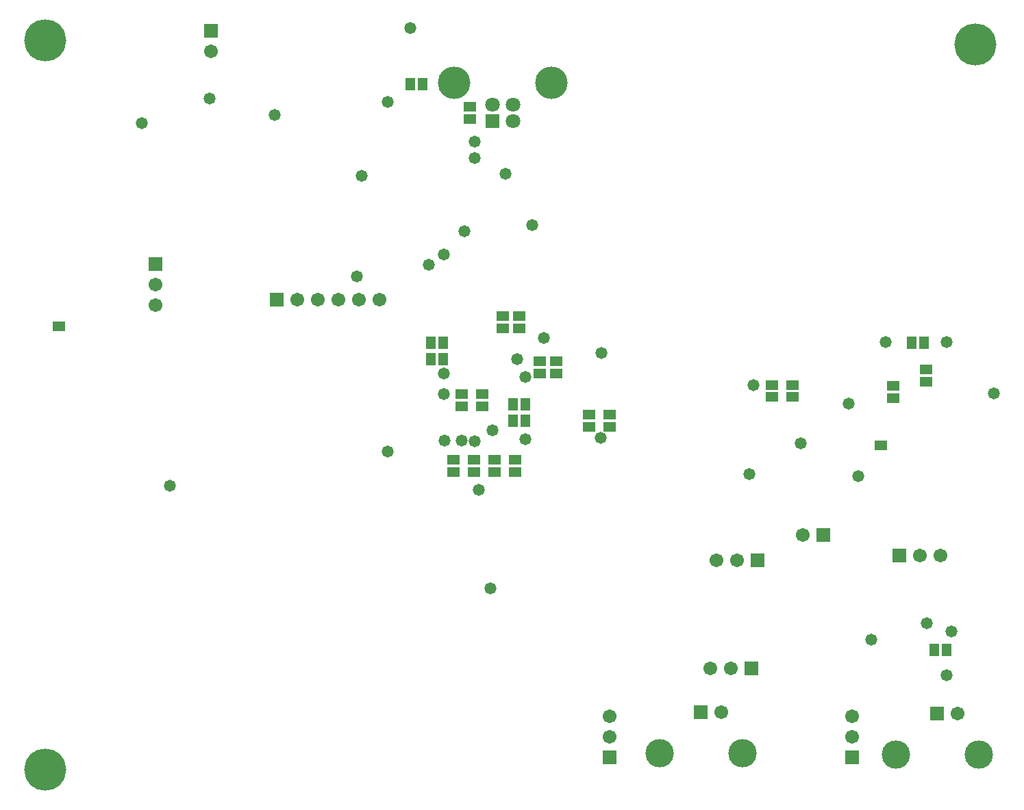
<source format=gbs>
%FSLAX25Y25*%
%MOIN*%
G70*
G01*
G75*
G04 Layer_Color=16711935*
%ADD10C,0.01200*%
%ADD11C,0.01100*%
%ADD12C,0.00800*%
%ADD13C,0.00800*%
%ADD14C,0.01200*%
%ADD15C,0.01000*%
%ADD16C,0.02000*%
%ADD17R,0.05512X0.04331*%
%ADD18R,0.04331X0.05512*%
%ADD19O,0.02362X0.05906*%
%ADD20R,0.09055X0.02362*%
%ADD21O,0.02756X0.09843*%
%ADD22R,0.07100X0.07900*%
%ADD23O,0.01181X0.07087*%
%ADD24O,0.07087X0.01181*%
%ADD25O,0.07087X0.02165*%
%ADD26R,0.01772X0.08071*%
%ADD27R,0.01772X0.08071*%
%ADD28R,0.12362X0.09055*%
%ADD29R,0.02000X0.02000*%
%ADD30R,0.04724X0.07874*%
%ADD31R,0.05906X0.05906*%
%ADD32C,0.05906*%
%ADD33R,0.05906X0.05906*%
%ADD34C,0.14961*%
%ADD35R,0.06299X0.06299*%
%ADD36C,0.06299*%
%ADD37C,0.12992*%
%ADD38C,0.05000*%
%ADD39C,0.19685*%
%ADD40C,0.04000*%
%ADD41C,0.02362*%
%ADD42C,0.00984*%
%ADD43C,0.00787*%
%ADD44C,0.00098*%
%ADD45C,0.00098*%
%ADD46R,0.06312X0.05131*%
%ADD47R,0.05131X0.06312*%
%ADD48O,0.03162X0.06706*%
%ADD49R,0.09855X0.03162*%
%ADD50O,0.03556X0.10642*%
%ADD51R,0.07900X0.08700*%
%ADD52O,0.01981X0.07887*%
%ADD53O,0.07887X0.01981*%
%ADD54O,0.07887X0.02965*%
%ADD55R,0.02572X0.08871*%
%ADD56R,0.02572X0.08871*%
%ADD57R,0.13162X0.09855*%
%ADD58R,0.02800X0.02800*%
%ADD59R,0.05524X0.08674*%
%ADD60R,0.06706X0.06706*%
%ADD61C,0.06706*%
%ADD62R,0.06706X0.06706*%
%ADD63C,0.15761*%
%ADD64R,0.07099X0.07099*%
%ADD65C,0.07099*%
%ADD66C,0.13792*%
%ADD67C,0.05800*%
%ADD68C,0.20485*%
D46*
X452000Y469047D02*
D03*
Y474953D02*
D03*
X442000Y474953D02*
D03*
Y469047D02*
D03*
X432000D02*
D03*
Y474953D02*
D03*
X422000Y474953D02*
D03*
Y469047D02*
D03*
X436000Y501047D02*
D03*
Y506953D02*
D03*
X426000D02*
D03*
Y501047D02*
D03*
X446000Y539047D02*
D03*
Y544953D02*
D03*
X454000D02*
D03*
Y539047D02*
D03*
X464000Y522953D02*
D03*
Y517047D02*
D03*
X472000D02*
D03*
Y522953D02*
D03*
X488000Y496953D02*
D03*
Y491047D02*
D03*
X498000D02*
D03*
Y496953D02*
D03*
X577000Y505547D02*
D03*
Y511453D02*
D03*
X587000D02*
D03*
Y505547D02*
D03*
X630000Y482000D02*
D03*
X652000Y513047D02*
D03*
Y518953D02*
D03*
X636000Y510953D02*
D03*
Y505047D02*
D03*
X430000Y641047D02*
D03*
Y646953D02*
D03*
X230000Y540000D02*
D03*
D47*
X451047Y494000D02*
D03*
X456953D02*
D03*
Y502000D02*
D03*
X451047D02*
D03*
X416953Y524000D02*
D03*
X411047D02*
D03*
Y532000D02*
D03*
X416953D02*
D03*
X406953Y658000D02*
D03*
X401047D02*
D03*
X645047Y532000D02*
D03*
X650953D02*
D03*
X656047Y382500D02*
D03*
X661953D02*
D03*
D60*
X567000Y373500D02*
D03*
X570000Y426000D02*
D03*
X602000Y438500D02*
D03*
X639000Y428500D02*
D03*
X336000Y553000D02*
D03*
D61*
X498000Y340000D02*
D03*
Y350000D02*
D03*
X547000Y373500D02*
D03*
X552343Y352000D02*
D03*
X557000Y373500D02*
D03*
X616000Y350000D02*
D03*
Y340000D02*
D03*
X667343Y351500D02*
D03*
X659000Y428500D02*
D03*
X649000D02*
D03*
X592000Y438500D02*
D03*
X560000Y426000D02*
D03*
X550000D02*
D03*
X386000Y553000D02*
D03*
X376000D02*
D03*
X366000D02*
D03*
X356000D02*
D03*
X346000D02*
D03*
X277000Y560500D02*
D03*
Y550500D02*
D03*
X304000Y674000D02*
D03*
D62*
X498000Y330000D02*
D03*
X542500Y352000D02*
D03*
X616000Y330000D02*
D03*
X657500Y351500D02*
D03*
X304000Y684000D02*
D03*
X277000Y570500D02*
D03*
D63*
X469701Y658606D02*
D03*
X422299D02*
D03*
D64*
X441079Y640063D02*
D03*
D65*
X450921Y640063D02*
D03*
Y647937D02*
D03*
X441079D02*
D03*
D66*
X522421Y331921D02*
D03*
X562579D02*
D03*
X637421Y331421D02*
D03*
X677579D02*
D03*
D67*
X440000Y412500D02*
D03*
X434500Y460500D02*
D03*
X457000Y485000D02*
D03*
Y515500D02*
D03*
X453000Y524000D02*
D03*
X466000Y534500D02*
D03*
X494000Y527000D02*
D03*
X493752Y485748D02*
D03*
X441000Y489500D02*
D03*
X432500Y484000D02*
D03*
X417500Y507000D02*
D03*
X417827Y484307D02*
D03*
X426000Y484500D02*
D03*
X417500Y517000D02*
D03*
X390000Y479000D02*
D03*
X375000Y564500D02*
D03*
X410000Y570000D02*
D03*
X417500Y575000D02*
D03*
X427500Y586500D02*
D03*
X460500Y589500D02*
D03*
X447500Y614500D02*
D03*
X432500Y622000D02*
D03*
Y630000D02*
D03*
X401000Y685500D02*
D03*
X390000Y649500D02*
D03*
X377500Y613500D02*
D03*
X335000Y643000D02*
D03*
X303500Y651000D02*
D03*
X270500Y639000D02*
D03*
X284000Y462500D02*
D03*
X566000Y468000D02*
D03*
X591000Y483000D02*
D03*
X619000Y467000D02*
D03*
X614500Y502500D02*
D03*
X632500Y532500D02*
D03*
X662000D02*
D03*
X685000Y507500D02*
D03*
X652500Y395500D02*
D03*
X664500Y391500D02*
D03*
X662000Y370000D02*
D03*
X625500Y387500D02*
D03*
X568000Y511500D02*
D03*
D68*
X223500Y324000D02*
D03*
Y679500D02*
D03*
X676000Y677500D02*
D03*
M02*

</source>
